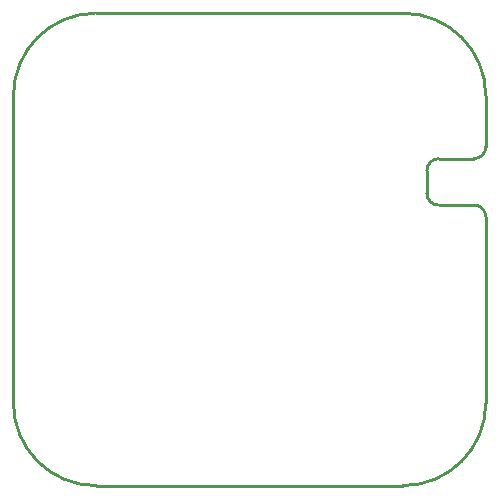
<source format=gm1>
G04*
G04 #@! TF.GenerationSoftware,Altium Limited,Altium Designer,20.0.2 (26)*
G04*
G04 Layer_Color=16711935*
%FSLAX25Y25*%
%MOIN*%
G70*
G01*
G75*
%ADD10C,0.01000*%
D10*
X135405Y2684D02*
G03*
X162964Y30242I0J27559D01*
G01*
X5483D02*
G03*
X33042Y2684I27559J0D01*
G01*
Y160164D02*
G03*
X5483Y132605I0J-27559D01*
G01*
X162964D02*
G03*
X135405Y160164I-27559J0D01*
G01*
X159027Y111652D02*
G03*
X162964Y115589I0J3937D01*
G01*
Y92258D02*
G03*
X159027Y96195I-3937J0D01*
G01*
X147247Y111652D02*
G03*
X143310Y107715I0J-3937D01*
G01*
Y100132D02*
G03*
X147247Y96195I3937J0D01*
G01*
X33042Y2684D02*
X135405D01*
X5483Y30242D02*
Y132605D01*
X33042Y160164D02*
X135405D01*
X162964Y30242D02*
Y92258D01*
Y115589D02*
Y132605D01*
X147247Y111652D02*
X159027D01*
X147247Y96195D02*
X159027D01*
X143310Y100132D02*
Y107715D01*
M02*

</source>
